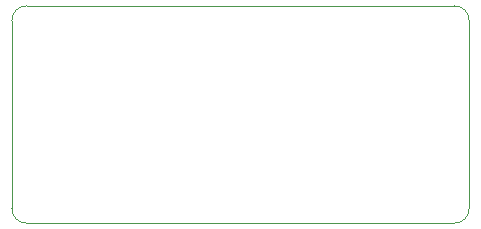
<source format=gbr>
G04 #@! TF.GenerationSoftware,KiCad,Pcbnew,5.1.10-1.fc33*
G04 #@! TF.CreationDate,2021-10-07T21:11:49-05:00*
G04 #@! TF.ProjectId,dac_pmod,6461635f-706d-46f6-942e-6b696361645f,A*
G04 #@! TF.SameCoordinates,Original*
G04 #@! TF.FileFunction,Profile,NP*
%FSLAX46Y46*%
G04 Gerber Fmt 4.6, Leading zero omitted, Abs format (unit mm)*
G04 Created by KiCad (PCBNEW 5.1.10-1.fc33) date 2021-10-07 21:11:49*
%MOMM*%
%LPD*%
G01*
G04 APERTURE LIST*
G04 #@! TA.AperFunction,Profile*
%ADD10C,0.050000*%
G04 #@! TD*
G04 APERTURE END LIST*
D10*
X163195000Y-99695000D02*
G75*
G02*
X161925000Y-100965000I-1270000J0D01*
G01*
X125730000Y-100965000D02*
G75*
G02*
X124460000Y-99695000I0J1270000D01*
G01*
X124460000Y-83820000D02*
G75*
G02*
X125730000Y-82550000I1270000J0D01*
G01*
X161925000Y-82550000D02*
G75*
G02*
X163195000Y-83820000I0J-1270000D01*
G01*
X163195000Y-99695000D02*
X163195000Y-83820000D01*
X125730000Y-100965000D02*
X161925000Y-100965000D01*
X125730000Y-82550000D02*
X161925000Y-82550000D01*
X124460000Y-83820000D02*
X124460000Y-99695000D01*
M02*

</source>
